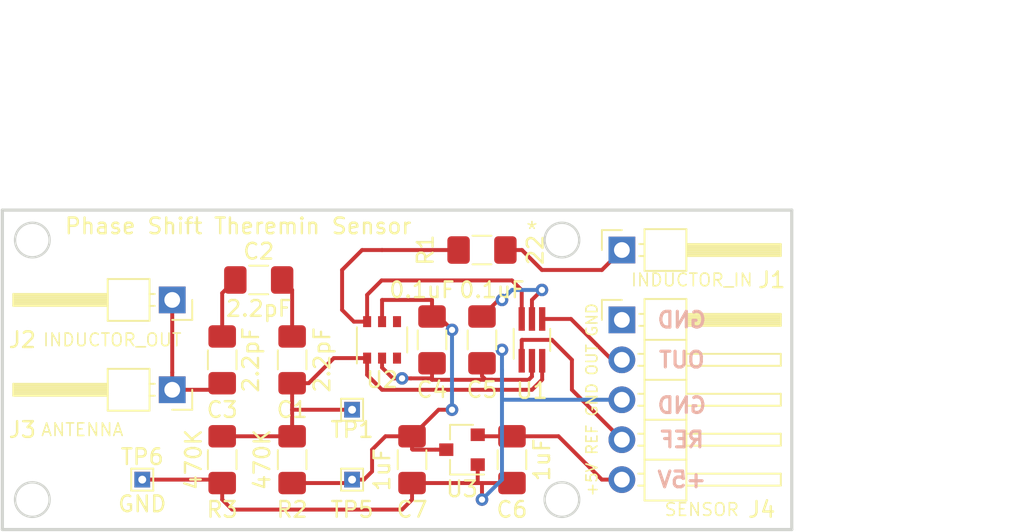
<source format=kicad_pcb>
(kicad_pcb (version 20171130) (host pcbnew "(5.0.2)-1")

  (general
    (thickness 1.6)
    (drawings 22)
    (tracks 114)
    (zones 0)
    (modules 20)
    (nets 14)
  )

  (page A4)
  (title_block
    (title "Theremin Phase Shift Sensor")
    (date 2019-10-10)
    (rev v0.1)
    (comment 1 "Teensy 4 Theremin Project")
    (comment 2 "(c) Vadim Lopatin 2019")
  )

  (layers
    (0 F.Cu signal)
    (31 B.Cu signal)
    (32 B.Adhes user)
    (33 F.Adhes user)
    (34 B.Paste user)
    (35 F.Paste user)
    (36 B.SilkS user)
    (37 F.SilkS user)
    (38 B.Mask user)
    (39 F.Mask user)
    (40 Dwgs.User user)
    (41 Cmts.User user)
    (42 Eco1.User user)
    (43 Eco2.User user)
    (44 Edge.Cuts user)
    (45 Margin user)
    (46 B.CrtYd user)
    (47 F.CrtYd user)
    (48 B.Fab user)
    (49 F.Fab user)
  )

  (setup
    (last_trace_width 0.25)
    (trace_clearance 0.2)
    (zone_clearance 0.508)
    (zone_45_only no)
    (trace_min 0.2)
    (segment_width 0.2)
    (edge_width 0.15)
    (via_size 0.8)
    (via_drill 0.4)
    (via_min_size 0.4)
    (via_min_drill 0.3)
    (uvia_size 0.3)
    (uvia_drill 0.1)
    (uvias_allowed no)
    (uvia_min_size 0.2)
    (uvia_min_drill 0.1)
    (pcb_text_width 0.3)
    (pcb_text_size 1.5 1.5)
    (mod_edge_width 0.15)
    (mod_text_size 1 1)
    (mod_text_width 0.15)
    (pad_size 1.524 1.524)
    (pad_drill 0.762)
    (pad_to_mask_clearance 0.051)
    (solder_mask_min_width 0.25)
    (aux_axis_origin 0 0)
    (visible_elements 7FFFFFFF)
    (pcbplotparams
      (layerselection 0x010fc_ffffffff)
      (usegerberextensions false)
      (usegerberattributes false)
      (usegerberadvancedattributes false)
      (creategerberjobfile false)
      (excludeedgelayer true)
      (linewidth 0.100000)
      (plotframeref false)
      (viasonmask false)
      (mode 1)
      (useauxorigin false)
      (hpglpennumber 1)
      (hpglpenspeed 20)
      (hpglpendiameter 15.000000)
      (psnegative false)
      (psa4output false)
      (plotreference true)
      (plotvalue true)
      (plotinvisibletext false)
      (padsonsilk false)
      (subtractmaskfromsilk false)
      (outputformat 1)
      (mirror false)
      (drillshape 0)
      (scaleselection 1)
      (outputdirectory "gerber/"))
  )

  (net 0 "")
  (net 1 +3V3)
  (net 2 GND)
  (net 3 /REF_CLK)
  (net 4 +5V)
  (net 5 "Net-(C1-Pad1)")
  (net 6 "Net-(J1-Pad1)")
  (net 7 "Net-(C1-Pad2)")
  (net 8 /OUT)
  (net 9 "Net-(C2-Pad1)")
  (net 10 "Net-(R1-Pad1)")
  (net 11 "Net-(U2-Pad4)")
  (net 12 "Net-(C3-Pad1)")
  (net 13 "Net-(U2-Pad3)")

  (net_class Default "This is the default net class."
    (clearance 0.2)
    (trace_width 0.25)
    (via_dia 0.8)
    (via_drill 0.4)
    (uvia_dia 0.3)
    (uvia_drill 0.1)
    (add_net +3V3)
    (add_net +5V)
    (add_net /OUT)
    (add_net /REF_CLK)
    (add_net GND)
    (add_net "Net-(C1-Pad1)")
    (add_net "Net-(C1-Pad2)")
    (add_net "Net-(C2-Pad1)")
    (add_net "Net-(C3-Pad1)")
    (add_net "Net-(J1-Pad1)")
    (add_net "Net-(R1-Pad1)")
    (add_net "Net-(U2-Pad3)")
    (add_net "Net-(U2-Pad4)")
  )

  (module TestPoint:TestPoint_THTPad_1.0x1.0mm_Drill0.5mm (layer F.Cu) (tedit 5DDE88A8) (tstamp 5DE41B17)
    (at 123.825 111.125)
    (descr "THT rectangular pad as test Point, square 1.0mm side length, hole diameter 0.5mm")
    (tags "test point THT pad rectangle square")
    (path /5DDD895C)
    (attr virtual)
    (fp_text reference TP5 (at 0 1.905) (layer F.SilkS)
      (effects (font (size 1 1) (thickness 0.15)))
    )
    (fp_text value +3.3V (at 0 -1.27) (layer F.Fab)
      (effects (font (size 1 1) (thickness 0.15)))
    )
    (fp_text user %R (at 0 -1.45) (layer F.Fab)
      (effects (font (size 1 1) (thickness 0.15)))
    )
    (fp_line (start -0.7 -0.7) (end 0.7 -0.7) (layer F.SilkS) (width 0.12))
    (fp_line (start 0.7 -0.7) (end 0.7 0.7) (layer F.SilkS) (width 0.12))
    (fp_line (start 0.7 0.7) (end -0.7 0.7) (layer F.SilkS) (width 0.12))
    (fp_line (start -0.7 0.7) (end -0.7 -0.7) (layer F.SilkS) (width 0.12))
    (fp_line (start -1 -1) (end 1 -1) (layer F.CrtYd) (width 0.05))
    (fp_line (start -1 -1) (end -1 1) (layer F.CrtYd) (width 0.05))
    (fp_line (start 1 1) (end 1 -1) (layer F.CrtYd) (width 0.05))
    (fp_line (start 1 1) (end -1 1) (layer F.CrtYd) (width 0.05))
    (pad 1 thru_hole rect (at 0 0) (size 1 1) (drill 0.5) (layers *.Cu *.Mask)
      (net 1 +3V3))
  )

  (module TestPoint:TestPoint_THTPad_1.0x1.0mm_Drill0.5mm (layer F.Cu) (tedit 5DDE856B) (tstamp 5DE41B0A)
    (at 110.49 111.125)
    (descr "THT rectangular pad as test Point, square 1.0mm side length, hole diameter 0.5mm")
    (tags "test point THT pad rectangle square")
    (path /5DDE0887)
    (attr virtual)
    (fp_text reference TP6 (at 0 -1.448) (layer F.SilkS)
      (effects (font (size 1 1) (thickness 0.15)))
    )
    (fp_text value GND (at 0 1.55) (layer F.SilkS)
      (effects (font (size 1 1) (thickness 0.15)))
    )
    (fp_line (start 1 1) (end -1 1) (layer F.CrtYd) (width 0.05))
    (fp_line (start 1 1) (end 1 -1) (layer F.CrtYd) (width 0.05))
    (fp_line (start -1 -1) (end -1 1) (layer F.CrtYd) (width 0.05))
    (fp_line (start -1 -1) (end 1 -1) (layer F.CrtYd) (width 0.05))
    (fp_line (start -0.7 0.7) (end -0.7 -0.7) (layer F.SilkS) (width 0.12))
    (fp_line (start 0.7 0.7) (end -0.7 0.7) (layer F.SilkS) (width 0.12))
    (fp_line (start 0.7 -0.7) (end 0.7 0.7) (layer F.SilkS) (width 0.12))
    (fp_line (start -0.7 -0.7) (end 0.7 -0.7) (layer F.SilkS) (width 0.12))
    (fp_text user %R (at 0 -1.45) (layer F.Fab)
      (effects (font (size 1 1) (thickness 0.15)))
    )
    (pad 1 thru_hole rect (at 0 0) (size 1 1) (drill 0.5) (layers *.Cu *.Mask)
      (net 2 GND))
  )

  (module TestPoint:TestPoint_THTPad_1.0x1.0mm_Drill0.5mm (layer F.Cu) (tedit 5A0F774F) (tstamp 5DE41AFD)
    (at 123.825 106.68)
    (descr "THT rectangular pad as test Point, square 1.0mm side length, hole diameter 0.5mm")
    (tags "test point THT pad rectangle square")
    (path /5DDD0440)
    (attr virtual)
    (fp_text reference TP1 (at 0 1.27) (layer F.SilkS)
      (effects (font (size 1 1) (thickness 0.15)))
    )
    (fp_text value OUT_NOBUF (at 0 1.55) (layer F.Fab)
      (effects (font (size 1 1) (thickness 0.15)))
    )
    (fp_text user %R (at 0 -1.45) (layer F.Fab)
      (effects (font (size 1 1) (thickness 0.15)))
    )
    (fp_line (start -0.7 -0.7) (end 0.7 -0.7) (layer F.SilkS) (width 0.12))
    (fp_line (start 0.7 -0.7) (end 0.7 0.7) (layer F.SilkS) (width 0.12))
    (fp_line (start 0.7 0.7) (end -0.7 0.7) (layer F.SilkS) (width 0.12))
    (fp_line (start -0.7 0.7) (end -0.7 -0.7) (layer F.SilkS) (width 0.12))
    (fp_line (start -1 -1) (end 1 -1) (layer F.CrtYd) (width 0.05))
    (fp_line (start -1 -1) (end -1 1) (layer F.CrtYd) (width 0.05))
    (fp_line (start 1 1) (end 1 -1) (layer F.CrtYd) (width 0.05))
    (fp_line (start 1 1) (end -1 1) (layer F.CrtYd) (width 0.05))
    (pad 1 thru_hole rect (at 0 0) (size 1 1) (drill 0.5) (layers *.Cu *.Mask)
      (net 7 "Net-(C1-Pad2)"))
  )

  (module Connector_PinHeader_2.54mm:PinHeader_1x01_P2.54mm_Horizontal (layer F.Cu) (tedit 5DDE854E) (tstamp 5DE330B8)
    (at 112.395 105.41 180)
    (descr "Through hole angled pin header, 1x01, 2.54mm pitch, 6mm pin length, single row")
    (tags "Through hole angled pin header THT 1x01 2.54mm single row")
    (path /5D9FD990)
    (fp_text reference J3 (at 9.525 -2.54) (layer F.SilkS)
      (effects (font (size 1 1) (thickness 0.15)))
    )
    (fp_text value ANTENNA (at 5.715 -2.54 180) (layer F.SilkS)
      (effects (font (size 0.8 0.8) (thickness 0.1)))
    )
    (fp_line (start 2.135 -1.27) (end 4.04 -1.27) (layer F.Fab) (width 0.1))
    (fp_line (start 4.04 -1.27) (end 4.04 1.27) (layer F.Fab) (width 0.1))
    (fp_line (start 4.04 1.27) (end 1.5 1.27) (layer F.Fab) (width 0.1))
    (fp_line (start 1.5 1.27) (end 1.5 -0.635) (layer F.Fab) (width 0.1))
    (fp_line (start 1.5 -0.635) (end 2.135 -1.27) (layer F.Fab) (width 0.1))
    (fp_line (start -0.32 -0.32) (end 1.5 -0.32) (layer F.Fab) (width 0.1))
    (fp_line (start -0.32 -0.32) (end -0.32 0.32) (layer F.Fab) (width 0.1))
    (fp_line (start -0.32 0.32) (end 1.5 0.32) (layer F.Fab) (width 0.1))
    (fp_line (start 4.04 -0.32) (end 10.04 -0.32) (layer F.Fab) (width 0.1))
    (fp_line (start 10.04 -0.32) (end 10.04 0.32) (layer F.Fab) (width 0.1))
    (fp_line (start 4.04 0.32) (end 10.04 0.32) (layer F.Fab) (width 0.1))
    (fp_line (start 1.44 -1.33) (end 1.44 1.33) (layer F.SilkS) (width 0.12))
    (fp_line (start 1.44 1.33) (end 4.1 1.33) (layer F.SilkS) (width 0.12))
    (fp_line (start 4.1 1.33) (end 4.1 -1.33) (layer F.SilkS) (width 0.12))
    (fp_line (start 4.1 -1.33) (end 1.44 -1.33) (layer F.SilkS) (width 0.12))
    (fp_line (start 4.1 -0.38) (end 10.1 -0.38) (layer F.SilkS) (width 0.12))
    (fp_line (start 10.1 -0.38) (end 10.1 0.38) (layer F.SilkS) (width 0.12))
    (fp_line (start 10.1 0.38) (end 4.1 0.38) (layer F.SilkS) (width 0.12))
    (fp_line (start 4.1 -0.32) (end 10.1 -0.32) (layer F.SilkS) (width 0.12))
    (fp_line (start 4.1 -0.2) (end 10.1 -0.2) (layer F.SilkS) (width 0.12))
    (fp_line (start 4.1 -0.08) (end 10.1 -0.08) (layer F.SilkS) (width 0.12))
    (fp_line (start 4.1 0.04) (end 10.1 0.04) (layer F.SilkS) (width 0.12))
    (fp_line (start 4.1 0.16) (end 10.1 0.16) (layer F.SilkS) (width 0.12))
    (fp_line (start 4.1 0.28) (end 10.1 0.28) (layer F.SilkS) (width 0.12))
    (fp_line (start 1.11 -0.38) (end 1.44 -0.38) (layer F.SilkS) (width 0.12))
    (fp_line (start 1.11 0.38) (end 1.44 0.38) (layer F.SilkS) (width 0.12))
    (fp_line (start -1.27 0) (end -1.27 -1.27) (layer F.SilkS) (width 0.12))
    (fp_line (start -1.27 -1.27) (end 0 -1.27) (layer F.SilkS) (width 0.12))
    (fp_line (start -1.8 -1.8) (end -1.8 1.8) (layer F.CrtYd) (width 0.05))
    (fp_line (start -1.8 1.8) (end 10.55 1.8) (layer F.CrtYd) (width 0.05))
    (fp_line (start 10.55 1.8) (end 10.55 -1.8) (layer F.CrtYd) (width 0.05))
    (fp_line (start 10.55 -1.8) (end -1.8 -1.8) (layer F.CrtYd) (width 0.05))
    (fp_text user %R (at 2.77 0 270) (layer F.Fab)
      (effects (font (size 1 1) (thickness 0.15)))
    )
    (pad 1 thru_hole rect (at 0 0 180) (size 1.7 1.7) (drill 1) (layers *.Cu *.Mask)
      (net 12 "Net-(C3-Pad1)"))
    (model ${KISYS3DMOD}/Connector_PinHeader_2.54mm.3dshapes/PinHeader_1x01_P2.54mm_Horizontal.wrl
      (at (xyz 0 0 0))
      (scale (xyz 1 1 1))
      (rotate (xyz 0 0 0))
    )
  )

  (module Connector_PinHeader_2.54mm:PinHeader_1x01_P2.54mm_Horizontal (layer F.Cu) (tedit 5DDE855A) (tstamp 5DE33093)
    (at 112.395 99.695 180)
    (descr "Through hole angled pin header, 1x01, 2.54mm pitch, 6mm pin length, single row")
    (tags "Through hole angled pin header THT 1x01 2.54mm single row")
    (path /5D9FD952)
    (fp_text reference J2 (at 9.525 -2.54 180) (layer F.SilkS)
      (effects (font (size 1 1) (thickness 0.15)))
    )
    (fp_text value INDUCTOR_OUT (at 3.81 -2.54 180) (layer F.SilkS)
      (effects (font (size 0.8 0.8) (thickness 0.1)))
    )
    (fp_text user %R (at 2.77 0 270) (layer F.Fab)
      (effects (font (size 1 1) (thickness 0.15)))
    )
    (fp_line (start 10.55 -1.8) (end -1.8 -1.8) (layer F.CrtYd) (width 0.05))
    (fp_line (start 10.55 1.8) (end 10.55 -1.8) (layer F.CrtYd) (width 0.05))
    (fp_line (start -1.8 1.8) (end 10.55 1.8) (layer F.CrtYd) (width 0.05))
    (fp_line (start -1.8 -1.8) (end -1.8 1.8) (layer F.CrtYd) (width 0.05))
    (fp_line (start -1.27 -1.27) (end 0 -1.27) (layer F.SilkS) (width 0.12))
    (fp_line (start -1.27 0) (end -1.27 -1.27) (layer F.SilkS) (width 0.12))
    (fp_line (start 1.11 0.38) (end 1.44 0.38) (layer F.SilkS) (width 0.12))
    (fp_line (start 1.11 -0.38) (end 1.44 -0.38) (layer F.SilkS) (width 0.12))
    (fp_line (start 4.1 0.28) (end 10.1 0.28) (layer F.SilkS) (width 0.12))
    (fp_line (start 4.1 0.16) (end 10.1 0.16) (layer F.SilkS) (width 0.12))
    (fp_line (start 4.1 0.04) (end 10.1 0.04) (layer F.SilkS) (width 0.12))
    (fp_line (start 4.1 -0.08) (end 10.1 -0.08) (layer F.SilkS) (width 0.12))
    (fp_line (start 4.1 -0.2) (end 10.1 -0.2) (layer F.SilkS) (width 0.12))
    (fp_line (start 4.1 -0.32) (end 10.1 -0.32) (layer F.SilkS) (width 0.12))
    (fp_line (start 10.1 0.38) (end 4.1 0.38) (layer F.SilkS) (width 0.12))
    (fp_line (start 10.1 -0.38) (end 10.1 0.38) (layer F.SilkS) (width 0.12))
    (fp_line (start 4.1 -0.38) (end 10.1 -0.38) (layer F.SilkS) (width 0.12))
    (fp_line (start 4.1 -1.33) (end 1.44 -1.33) (layer F.SilkS) (width 0.12))
    (fp_line (start 4.1 1.33) (end 4.1 -1.33) (layer F.SilkS) (width 0.12))
    (fp_line (start 1.44 1.33) (end 4.1 1.33) (layer F.SilkS) (width 0.12))
    (fp_line (start 1.44 -1.33) (end 1.44 1.33) (layer F.SilkS) (width 0.12))
    (fp_line (start 4.04 0.32) (end 10.04 0.32) (layer F.Fab) (width 0.1))
    (fp_line (start 10.04 -0.32) (end 10.04 0.32) (layer F.Fab) (width 0.1))
    (fp_line (start 4.04 -0.32) (end 10.04 -0.32) (layer F.Fab) (width 0.1))
    (fp_line (start -0.32 0.32) (end 1.5 0.32) (layer F.Fab) (width 0.1))
    (fp_line (start -0.32 -0.32) (end -0.32 0.32) (layer F.Fab) (width 0.1))
    (fp_line (start -0.32 -0.32) (end 1.5 -0.32) (layer F.Fab) (width 0.1))
    (fp_line (start 1.5 -0.635) (end 2.135 -1.27) (layer F.Fab) (width 0.1))
    (fp_line (start 1.5 1.27) (end 1.5 -0.635) (layer F.Fab) (width 0.1))
    (fp_line (start 4.04 1.27) (end 1.5 1.27) (layer F.Fab) (width 0.1))
    (fp_line (start 4.04 -1.27) (end 4.04 1.27) (layer F.Fab) (width 0.1))
    (fp_line (start 2.135 -1.27) (end 4.04 -1.27) (layer F.Fab) (width 0.1))
    (pad 1 thru_hole rect (at 0 0 180) (size 1.7 1.7) (drill 1) (layers *.Cu *.Mask)
      (net 12 "Net-(C3-Pad1)"))
    (model ${KISYS3DMOD}/Connector_PinHeader_2.54mm.3dshapes/PinHeader_1x01_P2.54mm_Horizontal.wrl
      (at (xyz 0 0 0))
      (scale (xyz 1 1 1))
      (rotate (xyz 0 0 0))
    )
  )

  (module Connector_PinHeader_2.54mm:PinHeader_1x01_P2.54mm_Horizontal (layer F.Cu) (tedit 5DDE8541) (tstamp 5DE3306E)
    (at 140.97 96.52)
    (descr "Through hole angled pin header, 1x01, 2.54mm pitch, 6mm pin length, single row")
    (tags "Through hole angled pin header THT 1x01 2.54mm single row")
    (path /5D9FD8BA)
    (fp_text reference J1 (at 9.525 1.905) (layer F.SilkS)
      (effects (font (size 1 1) (thickness 0.15)))
    )
    (fp_text value INDUCTOR_IN (at 4.445 1.905) (layer F.SilkS)
      (effects (font (size 0.8 0.8) (thickness 0.1)))
    )
    (fp_line (start 2.135 -1.27) (end 4.04 -1.27) (layer F.Fab) (width 0.1))
    (fp_line (start 4.04 -1.27) (end 4.04 1.27) (layer F.Fab) (width 0.1))
    (fp_line (start 4.04 1.27) (end 1.5 1.27) (layer F.Fab) (width 0.1))
    (fp_line (start 1.5 1.27) (end 1.5 -0.635) (layer F.Fab) (width 0.1))
    (fp_line (start 1.5 -0.635) (end 2.135 -1.27) (layer F.Fab) (width 0.1))
    (fp_line (start -0.32 -0.32) (end 1.5 -0.32) (layer F.Fab) (width 0.1))
    (fp_line (start -0.32 -0.32) (end -0.32 0.32) (layer F.Fab) (width 0.1))
    (fp_line (start -0.32 0.32) (end 1.5 0.32) (layer F.Fab) (width 0.1))
    (fp_line (start 4.04 -0.32) (end 10.04 -0.32) (layer F.Fab) (width 0.1))
    (fp_line (start 10.04 -0.32) (end 10.04 0.32) (layer F.Fab) (width 0.1))
    (fp_line (start 4.04 0.32) (end 10.04 0.32) (layer F.Fab) (width 0.1))
    (fp_line (start 1.44 -1.33) (end 1.44 1.33) (layer F.SilkS) (width 0.12))
    (fp_line (start 1.44 1.33) (end 4.1 1.33) (layer F.SilkS) (width 0.12))
    (fp_line (start 4.1 1.33) (end 4.1 -1.33) (layer F.SilkS) (width 0.12))
    (fp_line (start 4.1 -1.33) (end 1.44 -1.33) (layer F.SilkS) (width 0.12))
    (fp_line (start 4.1 -0.38) (end 10.1 -0.38) (layer F.SilkS) (width 0.12))
    (fp_line (start 10.1 -0.38) (end 10.1 0.38) (layer F.SilkS) (width 0.12))
    (fp_line (start 10.1 0.38) (end 4.1 0.38) (layer F.SilkS) (width 0.12))
    (fp_line (start 4.1 -0.32) (end 10.1 -0.32) (layer F.SilkS) (width 0.12))
    (fp_line (start 4.1 -0.2) (end 10.1 -0.2) (layer F.SilkS) (width 0.12))
    (fp_line (start 4.1 -0.08) (end 10.1 -0.08) (layer F.SilkS) (width 0.12))
    (fp_line (start 4.1 0.04) (end 10.1 0.04) (layer F.SilkS) (width 0.12))
    (fp_line (start 4.1 0.16) (end 10.1 0.16) (layer F.SilkS) (width 0.12))
    (fp_line (start 4.1 0.28) (end 10.1 0.28) (layer F.SilkS) (width 0.12))
    (fp_line (start 1.11 -0.38) (end 1.44 -0.38) (layer F.SilkS) (width 0.12))
    (fp_line (start 1.11 0.38) (end 1.44 0.38) (layer F.SilkS) (width 0.12))
    (fp_line (start -1.27 0) (end -1.27 -1.27) (layer F.SilkS) (width 0.12))
    (fp_line (start -1.27 -1.27) (end 0 -1.27) (layer F.SilkS) (width 0.12))
    (fp_line (start -1.8 -1.8) (end -1.8 1.8) (layer F.CrtYd) (width 0.05))
    (fp_line (start -1.8 1.8) (end 10.55 1.8) (layer F.CrtYd) (width 0.05))
    (fp_line (start 10.55 1.8) (end 10.55 -1.8) (layer F.CrtYd) (width 0.05))
    (fp_line (start 10.55 -1.8) (end -1.8 -1.8) (layer F.CrtYd) (width 0.05))
    (fp_text user %R (at 2.77 0 90) (layer F.Fab)
      (effects (font (size 1 1) (thickness 0.15)))
    )
    (pad 1 thru_hole rect (at 0 0) (size 1.7 1.7) (drill 1) (layers *.Cu *.Mask)
      (net 6 "Net-(J1-Pad1)"))
    (model ${KISYS3DMOD}/Connector_PinHeader_2.54mm.3dshapes/PinHeader_1x01_P2.54mm_Horizontal.wrl
      (at (xyz 0 0 0))
      (scale (xyz 1 1 1))
      (rotate (xyz 0 0 0))
    )
  )

  (module Package_TO_SOT_SMD:SOT-23 (layer F.Cu) (tedit 5DDE7DD1) (tstamp 5DE259C9)
    (at 130.81 109.22 180)
    (descr "SOT-23, Standard")
    (tags SOT-23)
    (path /5DD2AFDF)
    (attr smd)
    (fp_text reference U3 (at 0 -2.5 180) (layer F.SilkS)
      (effects (font (size 1 1) (thickness 0.15)))
    )
    (fp_text value REG_3V3 (at 0 2.5 180) (layer F.Fab)
      (effects (font (size 1 1) (thickness 0.15)))
    )
    (fp_text user %R (at 0 0 270) (layer F.Fab)
      (effects (font (size 0.5 0.5) (thickness 0.075)))
    )
    (fp_line (start -0.7 -0.95) (end -0.7 1.5) (layer F.Fab) (width 0.1))
    (fp_line (start -0.15 -1.52) (end 0.7 -1.52) (layer F.Fab) (width 0.1))
    (fp_line (start -0.7 -0.95) (end -0.15 -1.52) (layer F.Fab) (width 0.1))
    (fp_line (start 0.7 -1.52) (end 0.7 1.52) (layer F.Fab) (width 0.1))
    (fp_line (start -0.7 1.52) (end 0.7 1.52) (layer F.Fab) (width 0.1))
    (fp_line (start 0.76 1.58) (end 0.76 0.65) (layer F.SilkS) (width 0.12))
    (fp_line (start 0.76 -1.58) (end 0.76 -0.65) (layer F.SilkS) (width 0.12))
    (fp_line (start -1.7 -1.75) (end 1.7 -1.75) (layer F.CrtYd) (width 0.05))
    (fp_line (start 1.7 -1.75) (end 1.7 1.75) (layer F.CrtYd) (width 0.05))
    (fp_line (start 1.7 1.75) (end -1.7 1.75) (layer F.CrtYd) (width 0.05))
    (fp_line (start -1.7 1.75) (end -1.7 -1.75) (layer F.CrtYd) (width 0.05))
    (fp_line (start 0.76 -1.58) (end -1.4 -1.58) (layer F.SilkS) (width 0.12))
    (fp_line (start 0.76 1.58) (end -0.7 1.58) (layer F.SilkS) (width 0.12))
    (pad 1 smd rect (at -1 -0.95 180) (size 0.9 0.8) (layers F.Cu F.Paste F.Mask)
      (net 2 GND))
    (pad 2 smd rect (at -1 0.95 180) (size 0.9 0.8) (layers F.Cu F.Paste F.Mask)
      (net 4 +5V))
    (pad 3 smd rect (at 1 0 180) (size 0.9 0.8) (layers F.Cu F.Paste F.Mask)
      (net 1 +3V3))
    (model ${KISYS3DMOD}/Package_TO_SOT_SMD.3dshapes/SOT-23.wrl
      (at (xyz 0 0 0))
      (scale (xyz 1 1 1))
      (rotate (xyz 0 0 0))
    )
  )

  (module Capacitor_SMD:C_1206_3216Metric_Pad1.42x1.75mm_HandSolder (layer F.Cu) (tedit 5DDE6894) (tstamp 5DE23D56)
    (at 127.635 109.855 270)
    (descr "Capacitor SMD 1206 (3216 Metric), square (rectangular) end terminal, IPC_7351 nominal with elongated pad for handsoldering. (Body size source: http://www.tortai-tech.com/upload/download/2011102023233369053.pdf), generated with kicad-footprint-generator")
    (tags "capacitor handsolder")
    (path /5DD2E1A1)
    (attr smd)
    (fp_text reference C7 (at 3.175 0) (layer F.SilkS)
      (effects (font (size 1 1) (thickness 0.15)))
    )
    (fp_text value 1uF (at 0.635 1.905 270) (layer F.SilkS)
      (effects (font (size 1 1) (thickness 0.15)))
    )
    (fp_line (start -1.6 0.8) (end -1.6 -0.8) (layer F.Fab) (width 0.1))
    (fp_line (start -1.6 -0.8) (end 1.6 -0.8) (layer F.Fab) (width 0.1))
    (fp_line (start 1.6 -0.8) (end 1.6 0.8) (layer F.Fab) (width 0.1))
    (fp_line (start 1.6 0.8) (end -1.6 0.8) (layer F.Fab) (width 0.1))
    (fp_line (start -0.602064 -0.91) (end 0.602064 -0.91) (layer F.SilkS) (width 0.12))
    (fp_line (start -0.602064 0.91) (end 0.602064 0.91) (layer F.SilkS) (width 0.12))
    (fp_line (start -2.45 1.12) (end -2.45 -1.12) (layer F.CrtYd) (width 0.05))
    (fp_line (start -2.45 -1.12) (end 2.45 -1.12) (layer F.CrtYd) (width 0.05))
    (fp_line (start 2.45 -1.12) (end 2.45 1.12) (layer F.CrtYd) (width 0.05))
    (fp_line (start 2.45 1.12) (end -2.45 1.12) (layer F.CrtYd) (width 0.05))
    (fp_text user %R (at 0 0 270) (layer F.Fab)
      (effects (font (size 0.8 0.8) (thickness 0.12)))
    )
    (pad 1 smd roundrect (at -1.4875 0 270) (size 1.425 1.75) (layers F.Cu F.Paste F.Mask) (roundrect_rratio 0.175439)
      (net 1 +3V3))
    (pad 2 smd roundrect (at 1.4875 0 270) (size 1.425 1.75) (layers F.Cu F.Paste F.Mask) (roundrect_rratio 0.175439)
      (net 2 GND))
    (model ${KISYS3DMOD}/Capacitor_SMD.3dshapes/C_1206_3216Metric.wrl
      (at (xyz 0 0 0))
      (scale (xyz 1 1 1))
      (rotate (xyz 0 0 0))
    )
  )

  (module Capacitor_SMD:C_1206_3216Metric_Pad1.42x1.75mm_HandSolder (layer F.Cu) (tedit 5DDE6881) (tstamp 5DE23D46)
    (at 132.08 102.235 270)
    (descr "Capacitor SMD 1206 (3216 Metric), square (rectangular) end terminal, IPC_7351 nominal with elongated pad for handsoldering. (Body size source: http://www.tortai-tech.com/upload/download/2011102023233369053.pdf), generated with kicad-footprint-generator")
    (tags "capacitor handsolder")
    (path /5D9E440E)
    (attr smd)
    (fp_text reference C5 (at 3.175 0) (layer F.SilkS)
      (effects (font (size 1 1) (thickness 0.15)))
    )
    (fp_text value 0.1uF (at -3.175 -0.635) (layer F.SilkS)
      (effects (font (size 1 1) (thickness 0.15)))
    )
    (fp_text user %R (at 0 0 270) (layer F.Fab)
      (effects (font (size 0.8 0.8) (thickness 0.12)))
    )
    (fp_line (start 2.45 1.12) (end -2.45 1.12) (layer F.CrtYd) (width 0.05))
    (fp_line (start 2.45 -1.12) (end 2.45 1.12) (layer F.CrtYd) (width 0.05))
    (fp_line (start -2.45 -1.12) (end 2.45 -1.12) (layer F.CrtYd) (width 0.05))
    (fp_line (start -2.45 1.12) (end -2.45 -1.12) (layer F.CrtYd) (width 0.05))
    (fp_line (start -0.602064 0.91) (end 0.602064 0.91) (layer F.SilkS) (width 0.12))
    (fp_line (start -0.602064 -0.91) (end 0.602064 -0.91) (layer F.SilkS) (width 0.12))
    (fp_line (start 1.6 0.8) (end -1.6 0.8) (layer F.Fab) (width 0.1))
    (fp_line (start 1.6 -0.8) (end 1.6 0.8) (layer F.Fab) (width 0.1))
    (fp_line (start -1.6 -0.8) (end 1.6 -0.8) (layer F.Fab) (width 0.1))
    (fp_line (start -1.6 0.8) (end -1.6 -0.8) (layer F.Fab) (width 0.1))
    (pad 2 smd roundrect (at 1.4875 0 270) (size 1.425 1.75) (layers F.Cu F.Paste F.Mask) (roundrect_rratio 0.175439)
      (net 2 GND))
    (pad 1 smd roundrect (at -1.4875 0 270) (size 1.425 1.75) (layers F.Cu F.Paste F.Mask) (roundrect_rratio 0.175439)
      (net 1 +3V3))
    (model ${KISYS3DMOD}/Capacitor_SMD.3dshapes/C_1206_3216Metric.wrl
      (at (xyz 0 0 0))
      (scale (xyz 1 1 1))
      (rotate (xyz 0 0 0))
    )
  )

  (module Capacitor_SMD:C_1206_3216Metric_Pad1.42x1.75mm_HandSolder (layer F.Cu) (tedit 5DDE687C) (tstamp 5DE23D36)
    (at 128.905 102.235 270)
    (descr "Capacitor SMD 1206 (3216 Metric), square (rectangular) end terminal, IPC_7351 nominal with elongated pad for handsoldering. (Body size source: http://www.tortai-tech.com/upload/download/2011102023233369053.pdf), generated with kicad-footprint-generator")
    (tags "capacitor handsolder")
    (path /5D9E43AA)
    (attr smd)
    (fp_text reference C4 (at 3.175 0) (layer F.SilkS)
      (effects (font (size 1 1) (thickness 0.15)))
    )
    (fp_text value 0.1uF (at -3.175 0.635) (layer F.SilkS)
      (effects (font (size 1 1) (thickness 0.15)))
    )
    (fp_line (start -1.6 0.8) (end -1.6 -0.8) (layer F.Fab) (width 0.1))
    (fp_line (start -1.6 -0.8) (end 1.6 -0.8) (layer F.Fab) (width 0.1))
    (fp_line (start 1.6 -0.8) (end 1.6 0.8) (layer F.Fab) (width 0.1))
    (fp_line (start 1.6 0.8) (end -1.6 0.8) (layer F.Fab) (width 0.1))
    (fp_line (start -0.602064 -0.91) (end 0.602064 -0.91) (layer F.SilkS) (width 0.12))
    (fp_line (start -0.602064 0.91) (end 0.602064 0.91) (layer F.SilkS) (width 0.12))
    (fp_line (start -2.45 1.12) (end -2.45 -1.12) (layer F.CrtYd) (width 0.05))
    (fp_line (start -2.45 -1.12) (end 2.45 -1.12) (layer F.CrtYd) (width 0.05))
    (fp_line (start 2.45 -1.12) (end 2.45 1.12) (layer F.CrtYd) (width 0.05))
    (fp_line (start 2.45 1.12) (end -2.45 1.12) (layer F.CrtYd) (width 0.05))
    (fp_text user %R (at 0 0 270) (layer F.Fab)
      (effects (font (size 0.8 0.8) (thickness 0.12)))
    )
    (pad 1 smd roundrect (at -1.4875 0 270) (size 1.425 1.75) (layers F.Cu F.Paste F.Mask) (roundrect_rratio 0.175439)
      (net 1 +3V3))
    (pad 2 smd roundrect (at 1.4875 0 270) (size 1.425 1.75) (layers F.Cu F.Paste F.Mask) (roundrect_rratio 0.175439)
      (net 2 GND))
    (model ${KISYS3DMOD}/Capacitor_SMD.3dshapes/C_1206_3216Metric.wrl
      (at (xyz 0 0 0))
      (scale (xyz 1 1 1))
      (rotate (xyz 0 0 0))
    )
  )

  (module Capacitor_SMD:C_1206_3216Metric_Pad1.42x1.75mm_HandSolder (layer F.Cu) (tedit 5DDE6D84) (tstamp 5DE23D26)
    (at 115.57 103.505 90)
    (descr "Capacitor SMD 1206 (3216 Metric), square (rectangular) end terminal, IPC_7351 nominal with elongated pad for handsoldering. (Body size source: http://www.tortai-tech.com/upload/download/2011102023233369053.pdf), generated with kicad-footprint-generator")
    (tags "capacitor handsolder")
    (path /5D9DEE40)
    (attr smd)
    (fp_text reference C3 (at -3.175 0 180) (layer F.SilkS)
      (effects (font (size 1 1) (thickness 0.15)))
    )
    (fp_text value 2.2pF (at 0 1.82 90) (layer F.SilkS)
      (effects (font (size 1 1) (thickness 0.15)))
    )
    (fp_text user %R (at 0 0 90) (layer F.Fab)
      (effects (font (size 0.8 0.8) (thickness 0.12)))
    )
    (fp_line (start 2.45 1.12) (end -2.45 1.12) (layer F.CrtYd) (width 0.05))
    (fp_line (start 2.45 -1.12) (end 2.45 1.12) (layer F.CrtYd) (width 0.05))
    (fp_line (start -2.45 -1.12) (end 2.45 -1.12) (layer F.CrtYd) (width 0.05))
    (fp_line (start -2.45 1.12) (end -2.45 -1.12) (layer F.CrtYd) (width 0.05))
    (fp_line (start -0.602064 0.91) (end 0.602064 0.91) (layer F.SilkS) (width 0.12))
    (fp_line (start -0.602064 -0.91) (end 0.602064 -0.91) (layer F.SilkS) (width 0.12))
    (fp_line (start 1.6 0.8) (end -1.6 0.8) (layer F.Fab) (width 0.1))
    (fp_line (start 1.6 -0.8) (end 1.6 0.8) (layer F.Fab) (width 0.1))
    (fp_line (start -1.6 -0.8) (end 1.6 -0.8) (layer F.Fab) (width 0.1))
    (fp_line (start -1.6 0.8) (end -1.6 -0.8) (layer F.Fab) (width 0.1))
    (pad 2 smd roundrect (at 1.4875 0 90) (size 1.425 1.75) (layers F.Cu F.Paste F.Mask) (roundrect_rratio 0.175439)
      (net 9 "Net-(C2-Pad1)"))
    (pad 1 smd roundrect (at -1.4875 0 90) (size 1.425 1.75) (layers F.Cu F.Paste F.Mask) (roundrect_rratio 0.175439)
      (net 12 "Net-(C3-Pad1)"))
    (model ${KISYS3DMOD}/Capacitor_SMD.3dshapes/C_1206_3216Metric.wrl
      (at (xyz 0 0 0))
      (scale (xyz 1 1 1))
      (rotate (xyz 0 0 0))
    )
  )

  (module Capacitor_SMD:C_1206_3216Metric_Pad1.42x1.75mm_HandSolder (layer F.Cu) (tedit 5DDE6D89) (tstamp 5DE23D16)
    (at 117.8925 98.425)
    (descr "Capacitor SMD 1206 (3216 Metric), square (rectangular) end terminal, IPC_7351 nominal with elongated pad for handsoldering. (Body size source: http://www.tortai-tech.com/upload/download/2011102023233369053.pdf), generated with kicad-footprint-generator")
    (tags "capacitor handsolder")
    (path /5DDCCEBE)
    (attr smd)
    (fp_text reference C2 (at 0 -1.82) (layer F.SilkS)
      (effects (font (size 1 1) (thickness 0.15)))
    )
    (fp_text value 2.2pF (at 0 1.82) (layer F.SilkS)
      (effects (font (size 1 1) (thickness 0.15)))
    )
    (fp_line (start -1.6 0.8) (end -1.6 -0.8) (layer F.Fab) (width 0.1))
    (fp_line (start -1.6 -0.8) (end 1.6 -0.8) (layer F.Fab) (width 0.1))
    (fp_line (start 1.6 -0.8) (end 1.6 0.8) (layer F.Fab) (width 0.1))
    (fp_line (start 1.6 0.8) (end -1.6 0.8) (layer F.Fab) (width 0.1))
    (fp_line (start -0.602064 -0.91) (end 0.602064 -0.91) (layer F.SilkS) (width 0.12))
    (fp_line (start -0.602064 0.91) (end 0.602064 0.91) (layer F.SilkS) (width 0.12))
    (fp_line (start -2.45 1.12) (end -2.45 -1.12) (layer F.CrtYd) (width 0.05))
    (fp_line (start -2.45 -1.12) (end 2.45 -1.12) (layer F.CrtYd) (width 0.05))
    (fp_line (start 2.45 -1.12) (end 2.45 1.12) (layer F.CrtYd) (width 0.05))
    (fp_line (start 2.45 1.12) (end -2.45 1.12) (layer F.CrtYd) (width 0.05))
    (fp_text user %R (at 0 0) (layer F.Fab)
      (effects (font (size 0.8 0.8) (thickness 0.12)))
    )
    (pad 1 smd roundrect (at -1.4875 0) (size 1.425 1.75) (layers F.Cu F.Paste F.Mask) (roundrect_rratio 0.175439)
      (net 9 "Net-(C2-Pad1)"))
    (pad 2 smd roundrect (at 1.4875 0) (size 1.425 1.75) (layers F.Cu F.Paste F.Mask) (roundrect_rratio 0.175439)
      (net 5 "Net-(C1-Pad1)"))
    (model ${KISYS3DMOD}/Capacitor_SMD.3dshapes/C_1206_3216Metric.wrl
      (at (xyz 0 0 0))
      (scale (xyz 1 1 1))
      (rotate (xyz 0 0 0))
    )
  )

  (module Capacitor_SMD:C_1206_3216Metric_Pad1.42x1.75mm_HandSolder (layer F.Cu) (tedit 5DDE6899) (tstamp 5DE23D06)
    (at 133.985 109.855 270)
    (descr "Capacitor SMD 1206 (3216 Metric), square (rectangular) end terminal, IPC_7351 nominal with elongated pad for handsoldering. (Body size source: http://www.tortai-tech.com/upload/download/2011102023233369053.pdf), generated with kicad-footprint-generator")
    (tags "capacitor handsolder")
    (path /5DD314D9)
    (attr smd)
    (fp_text reference C6 (at 3.175 0) (layer F.SilkS)
      (effects (font (size 1 1) (thickness 0.15)))
    )
    (fp_text value 1uF (at 0 -1.905 270) (layer F.SilkS)
      (effects (font (size 1 1) (thickness 0.15)))
    )
    (fp_text user %R (at 0 0 270) (layer F.Fab)
      (effects (font (size 0.8 0.8) (thickness 0.12)))
    )
    (fp_line (start 2.45 1.12) (end -2.45 1.12) (layer F.CrtYd) (width 0.05))
    (fp_line (start 2.45 -1.12) (end 2.45 1.12) (layer F.CrtYd) (width 0.05))
    (fp_line (start -2.45 -1.12) (end 2.45 -1.12) (layer F.CrtYd) (width 0.05))
    (fp_line (start -2.45 1.12) (end -2.45 -1.12) (layer F.CrtYd) (width 0.05))
    (fp_line (start -0.602064 0.91) (end 0.602064 0.91) (layer F.SilkS) (width 0.12))
    (fp_line (start -0.602064 -0.91) (end 0.602064 -0.91) (layer F.SilkS) (width 0.12))
    (fp_line (start 1.6 0.8) (end -1.6 0.8) (layer F.Fab) (width 0.1))
    (fp_line (start 1.6 -0.8) (end 1.6 0.8) (layer F.Fab) (width 0.1))
    (fp_line (start -1.6 -0.8) (end 1.6 -0.8) (layer F.Fab) (width 0.1))
    (fp_line (start -1.6 0.8) (end -1.6 -0.8) (layer F.Fab) (width 0.1))
    (pad 2 smd roundrect (at 1.4875 0 270) (size 1.425 1.75) (layers F.Cu F.Paste F.Mask) (roundrect_rratio 0.175439)
      (net 2 GND))
    (pad 1 smd roundrect (at -1.4875 0 270) (size 1.425 1.75) (layers F.Cu F.Paste F.Mask) (roundrect_rratio 0.175439)
      (net 4 +5V))
    (model ${KISYS3DMOD}/Capacitor_SMD.3dshapes/C_1206_3216Metric.wrl
      (at (xyz 0 0 0))
      (scale (xyz 1 1 1))
      (rotate (xyz 0 0 0))
    )
  )

  (module Capacitor_SMD:C_1206_3216Metric_Pad1.42x1.75mm_HandSolder (layer F.Cu) (tedit 5DDE6D7C) (tstamp 5DE23CF6)
    (at 120.015 103.505 270)
    (descr "Capacitor SMD 1206 (3216 Metric), square (rectangular) end terminal, IPC_7351 nominal with elongated pad for handsoldering. (Body size source: http://www.tortai-tech.com/upload/download/2011102023233369053.pdf), generated with kicad-footprint-generator")
    (tags "capacitor handsolder")
    (path /5DDF2A40)
    (attr smd)
    (fp_text reference C1 (at 3.175 0) (layer F.SilkS)
      (effects (font (size 1 1) (thickness 0.15)))
    )
    (fp_text value 2.2pF (at 0 -1.905 270) (layer F.SilkS)
      (effects (font (size 1 1) (thickness 0.15)))
    )
    (fp_line (start -1.6 0.8) (end -1.6 -0.8) (layer F.Fab) (width 0.1))
    (fp_line (start -1.6 -0.8) (end 1.6 -0.8) (layer F.Fab) (width 0.1))
    (fp_line (start 1.6 -0.8) (end 1.6 0.8) (layer F.Fab) (width 0.1))
    (fp_line (start 1.6 0.8) (end -1.6 0.8) (layer F.Fab) (width 0.1))
    (fp_line (start -0.602064 -0.91) (end 0.602064 -0.91) (layer F.SilkS) (width 0.12))
    (fp_line (start -0.602064 0.91) (end 0.602064 0.91) (layer F.SilkS) (width 0.12))
    (fp_line (start -2.45 1.12) (end -2.45 -1.12) (layer F.CrtYd) (width 0.05))
    (fp_line (start -2.45 -1.12) (end 2.45 -1.12) (layer F.CrtYd) (width 0.05))
    (fp_line (start 2.45 -1.12) (end 2.45 1.12) (layer F.CrtYd) (width 0.05))
    (fp_line (start 2.45 1.12) (end -2.45 1.12) (layer F.CrtYd) (width 0.05))
    (fp_text user %R (at 0 0 270) (layer F.Fab)
      (effects (font (size 0.8 0.8) (thickness 0.12)))
    )
    (pad 1 smd roundrect (at -1.4875 0 270) (size 1.425 1.75) (layers F.Cu F.Paste F.Mask) (roundrect_rratio 0.175439)
      (net 5 "Net-(C1-Pad1)"))
    (pad 2 smd roundrect (at 1.4875 0 270) (size 1.425 1.75) (layers F.Cu F.Paste F.Mask) (roundrect_rratio 0.175439)
      (net 7 "Net-(C1-Pad2)"))
    (model ${KISYS3DMOD}/Capacitor_SMD.3dshapes/C_1206_3216Metric.wrl
      (at (xyz 0 0 0))
      (scale (xyz 1 1 1))
      (rotate (xyz 0 0 0))
    )
  )

  (module Connector_PinHeader_2.54mm:PinHeader_1x05_P2.54mm_Horizontal (layer F.Cu) (tedit 5DDE8533) (tstamp 5DE23C07)
    (at 140.97 100.965)
    (descr "Through hole angled pin header, 1x05, 2.54mm pitch, 6mm pin length, single row")
    (tags "Through hole angled pin header THT 1x05 2.54mm single row")
    (path /5DE043CD)
    (fp_text reference J4 (at 8.89 12.065) (layer F.SilkS)
      (effects (font (size 1 1) (thickness 0.15)))
    )
    (fp_text value SENSOR (at 5.08 12.065 180) (layer F.SilkS)
      (effects (font (size 0.8 0.8) (thickness 0.1)))
    )
    (fp_line (start 2.135 -1.27) (end 4.04 -1.27) (layer F.Fab) (width 0.1))
    (fp_line (start 4.04 -1.27) (end 4.04 11.43) (layer F.Fab) (width 0.1))
    (fp_line (start 4.04 11.43) (end 1.5 11.43) (layer F.Fab) (width 0.1))
    (fp_line (start 1.5 11.43) (end 1.5 -0.635) (layer F.Fab) (width 0.1))
    (fp_line (start 1.5 -0.635) (end 2.135 -1.27) (layer F.Fab) (width 0.1))
    (fp_line (start -0.32 -0.32) (end 1.5 -0.32) (layer F.Fab) (width 0.1))
    (fp_line (start -0.32 -0.32) (end -0.32 0.32) (layer F.Fab) (width 0.1))
    (fp_line (start -0.32 0.32) (end 1.5 0.32) (layer F.Fab) (width 0.1))
    (fp_line (start 4.04 -0.32) (end 10.04 -0.32) (layer F.Fab) (width 0.1))
    (fp_line (start 10.04 -0.32) (end 10.04 0.32) (layer F.Fab) (width 0.1))
    (fp_line (start 4.04 0.32) (end 10.04 0.32) (layer F.Fab) (width 0.1))
    (fp_line (start -0.32 2.22) (end 1.5 2.22) (layer F.Fab) (width 0.1))
    (fp_line (start -0.32 2.22) (end -0.32 2.86) (layer F.Fab) (width 0.1))
    (fp_line (start -0.32 2.86) (end 1.5 2.86) (layer F.Fab) (width 0.1))
    (fp_line (start 4.04 2.22) (end 10.04 2.22) (layer F.Fab) (width 0.1))
    (fp_line (start 10.04 2.22) (end 10.04 2.86) (layer F.Fab) (width 0.1))
    (fp_line (start 4.04 2.86) (end 10.04 2.86) (layer F.Fab) (width 0.1))
    (fp_line (start -0.32 4.76) (end 1.5 4.76) (layer F.Fab) (width 0.1))
    (fp_line (start -0.32 4.76) (end -0.32 5.4) (layer F.Fab) (width 0.1))
    (fp_line (start -0.32 5.4) (end 1.5 5.4) (layer F.Fab) (width 0.1))
    (fp_line (start 4.04 4.76) (end 10.04 4.76) (layer F.Fab) (width 0.1))
    (fp_line (start 10.04 4.76) (end 10.04 5.4) (layer F.Fab) (width 0.1))
    (fp_line (start 4.04 5.4) (end 10.04 5.4) (layer F.Fab) (width 0.1))
    (fp_line (start -0.32 7.3) (end 1.5 7.3) (layer F.Fab) (width 0.1))
    (fp_line (start -0.32 7.3) (end -0.32 7.94) (layer F.Fab) (width 0.1))
    (fp_line (start -0.32 7.94) (end 1.5 7.94) (layer F.Fab) (width 0.1))
    (fp_line (start 4.04 7.3) (end 10.04 7.3) (layer F.Fab) (width 0.1))
    (fp_line (start 10.04 7.3) (end 10.04 7.94) (layer F.Fab) (width 0.1))
    (fp_line (start 4.04 7.94) (end 10.04 7.94) (layer F.Fab) (width 0.1))
    (fp_line (start -0.32 9.84) (end 1.5 9.84) (layer F.Fab) (width 0.1))
    (fp_line (start -0.32 9.84) (end -0.32 10.48) (layer F.Fab) (width 0.1))
    (fp_line (start -0.32 10.48) (end 1.5 10.48) (layer F.Fab) (width 0.1))
    (fp_line (start 4.04 9.84) (end 10.04 9.84) (layer F.Fab) (width 0.1))
    (fp_line (start 10.04 9.84) (end 10.04 10.48) (layer F.Fab) (width 0.1))
    (fp_line (start 4.04 10.48) (end 10.04 10.48) (layer F.Fab) (width 0.1))
    (fp_line (start 1.44 -1.33) (end 1.44 11.49) (layer F.SilkS) (width 0.12))
    (fp_line (start 1.44 11.49) (end 4.1 11.49) (layer F.SilkS) (width 0.12))
    (fp_line (start 4.1 11.49) (end 4.1 -1.33) (layer F.SilkS) (width 0.12))
    (fp_line (start 4.1 -1.33) (end 1.44 -1.33) (layer F.SilkS) (width 0.12))
    (fp_line (start 4.1 -0.38) (end 10.1 -0.38) (layer F.SilkS) (width 0.12))
    (fp_line (start 10.1 -0.38) (end 10.1 0.38) (layer F.SilkS) (width 0.12))
    (fp_line (start 10.1 0.38) (end 4.1 0.38) (layer F.SilkS) (width 0.12))
    (fp_line (start 4.1 -0.32) (end 10.1 -0.32) (layer F.SilkS) (width 0.12))
    (fp_line (start 4.1 -0.2) (end 10.1 -0.2) (layer F.SilkS) (width 0.12))
    (fp_line (start 4.1 -0.08) (end 10.1 -0.08) (layer F.SilkS) (width 0.12))
    (fp_line (start 4.1 0.04) (end 10.1 0.04) (layer F.SilkS) (width 0.12))
    (fp_line (start 4.1 0.16) (end 10.1 0.16) (layer F.SilkS) (width 0.12))
    (fp_line (start 4.1 0.28) (end 10.1 0.28) (layer F.SilkS) (width 0.12))
    (fp_line (start 1.11 -0.38) (end 1.44 -0.38) (layer F.SilkS) (width 0.12))
    (fp_line (start 1.11 0.38) (end 1.44 0.38) (layer F.SilkS) (width 0.12))
    (fp_line (start 1.44 1.27) (end 4.1 1.27) (layer F.SilkS) (width 0.12))
    (fp_line (start 4.1 2.16) (end 10.1 2.16) (layer F.SilkS) (width 0.12))
    (fp_line (start 10.1 2.16) (end 10.1 2.92) (layer F.SilkS) (width 0.12))
    (fp_line (start 10.1 2.92) (end 4.1 2.92) (layer F.SilkS) (width 0.12))
    (fp_line (start 1.042929 2.16) (end 1.44 2.16) (layer F.SilkS) (width 0.12))
    (fp_line (start 1.042929 2.92) (end 1.44 2.92) (layer F.SilkS) (width 0.12))
    (fp_line (start 1.44 3.81) (end 4.1 3.81) (layer F.SilkS) (width 0.12))
    (fp_line (start 4.1 4.7) (end 10.1 4.7) (layer F.SilkS) (width 0.12))
    (fp_line (start 10.1 4.7) (end 10.1 5.46) (layer F.SilkS) (width 0.12))
    (fp_line (start 10.1 5.46) (end 4.1 5.46) (layer F.SilkS) (width 0.12))
    (fp_line (start 1.042929 4.7) (end 1.44 4.7) (layer F.SilkS) (width 0.12))
    (fp_line (start 1.042929 5.46) (end 1.44 5.46) (layer F.SilkS) (width 0.12))
    (fp_line (start 1.44 6.35) (end 4.1 6.35) (layer F.SilkS) (width 0.12))
    (fp_line (start 4.1 7.24) (end 10.1 7.24) (layer F.SilkS) (width 0.12))
    (fp_line (start 10.1 7.24) (end 10.1 8) (layer F.SilkS) (width 0.12))
    (fp_line (start 10.1 8) (end 4.1 8) (layer F.SilkS) (width 0.12))
    (fp_line (start 1.042929 7.24) (end 1.44 7.24) (layer F.SilkS) (width 0.12))
    (fp_line (start 1.042929 8) (end 1.44 8) (layer F.SilkS) (width 0.12))
    (fp_line (start 1.44 8.89) (end 4.1 8.89) (layer F.SilkS) (width 0.12))
    (fp_line (start 4.1 9.78) (end 10.1 9.78) (layer F.SilkS) (width 0.12))
    (fp_line (start 10.1 9.78) (end 10.1 10.54) (layer F.SilkS) (width 0.12))
    (fp_line (start 10.1 10.54) (end 4.1 10.54) (layer F.SilkS) (width 0.12))
    (fp_line (start 1.042929 9.78) (end 1.44 9.78) (layer F.SilkS) (width 0.12))
    (fp_line (start 1.042929 10.54) (end 1.44 10.54) (layer F.SilkS) (width 0.12))
    (fp_line (start -1.27 0) (end -1.27 -1.27) (layer F.SilkS) (width 0.12))
    (fp_line (start -1.27 -1.27) (end 0 -1.27) (layer F.SilkS) (width 0.12))
    (fp_line (start -1.8 -1.8) (end -1.8 11.95) (layer F.CrtYd) (width 0.05))
    (fp_line (start -1.8 11.95) (end 10.55 11.95) (layer F.CrtYd) (width 0.05))
    (fp_line (start 10.55 11.95) (end 10.55 -1.8) (layer F.CrtYd) (width 0.05))
    (fp_line (start 10.55 -1.8) (end -1.8 -1.8) (layer F.CrtYd) (width 0.05))
    (fp_text user %R (at 2.77 5.08 90) (layer F.Fab)
      (effects (font (size 1 1) (thickness 0.15)))
    )
    (pad 1 thru_hole rect (at 0 0) (size 1.7 1.7) (drill 1) (layers *.Cu *.Mask)
      (net 2 GND))
    (pad 2 thru_hole oval (at 0 2.54) (size 1.7 1.7) (drill 1) (layers *.Cu *.Mask)
      (net 8 /OUT))
    (pad 3 thru_hole oval (at 0 5.08) (size 1.7 1.7) (drill 1) (layers *.Cu *.Mask)
      (net 2 GND))
    (pad 4 thru_hole oval (at 0 7.62) (size 1.7 1.7) (drill 1) (layers *.Cu *.Mask)
      (net 3 /REF_CLK))
    (pad 5 thru_hole oval (at 0 10.16) (size 1.7 1.7) (drill 1) (layers *.Cu *.Mask)
      (net 4 +5V))
    (model ${KISYS3DMOD}/Connector_PinHeader_2.54mm.3dshapes/PinHeader_1x05_P2.54mm_Horizontal.wrl
      (at (xyz 0 0 0))
      (scale (xyz 1 1 1))
      (rotate (xyz 0 0 0))
    )
  )

  (module Package_SO:TSOP-6_1.65x3.05mm_P0.95mm (layer F.Cu) (tedit 5DDE72F0) (tstamp 5DE23BBC)
    (at 125.73 102.235 90)
    (descr "TSOP-6 package (comparable to TSOT-23), https://www.vishay.com/docs/71200/71200.pdf")
    (tags "Jedec MO-193C TSOP-6L")
    (path /5DDFB047)
    (attr smd)
    (fp_text reference U2 (at -2.54 0 180) (layer F.SilkS)
      (effects (font (size 1 1) (thickness 0.15)))
    )
    (fp_text value IP4220CZ6 (at 0 -2.54 90) (layer F.Fab)
      (effects (font (size 1 1) (thickness 0.15)))
    )
    (fp_text user %R (at 0 0 180) (layer F.Fab)
      (effects (font (size 0.5 0.5) (thickness 0.075)))
    )
    (fp_line (start -0.8 1.6) (end 0.8 1.6) (layer F.SilkS) (width 0.12))
    (fp_line (start 0.8 -1.6) (end -1.5 -1.6) (layer F.SilkS) (width 0.12))
    (fp_line (start -0.825 -1.1) (end -0.425 -1.525) (layer F.Fab) (width 0.1))
    (fp_line (start 0.825 -1.525) (end -0.425 -1.525) (layer F.Fab) (width 0.1))
    (fp_line (start -0.825 -1.1) (end -0.825 1.525) (layer F.Fab) (width 0.1))
    (fp_line (start 0.825 1.525) (end -0.825 1.525) (layer F.Fab) (width 0.1))
    (fp_line (start 0.825 -1.525) (end 0.825 1.525) (layer F.Fab) (width 0.1))
    (fp_line (start -1.76 -1.78) (end 1.76 -1.78) (layer F.CrtYd) (width 0.05))
    (fp_line (start -1.76 -1.78) (end -1.76 1.77) (layer F.CrtYd) (width 0.05))
    (fp_line (start 1.76 1.77) (end 1.76 -1.78) (layer F.CrtYd) (width 0.05))
    (fp_line (start 1.76 1.77) (end -1.76 1.77) (layer F.CrtYd) (width 0.05))
    (pad 1 smd rect (at -1.16 -0.95 90) (size 0.7 0.51) (layers F.Cu F.Paste F.Mask)
      (net 7 "Net-(C1-Pad2)"))
    (pad 2 smd rect (at -1.16 0 90) (size 0.7 0.51) (layers F.Cu F.Paste F.Mask)
      (net 2 GND))
    (pad 3 smd rect (at -1.16 0.95 90) (size 0.7 0.51) (layers F.Cu F.Paste F.Mask)
      (net 13 "Net-(U2-Pad3)"))
    (pad 4 smd rect (at 1.16 0.95 90) (size 0.7 0.51) (layers F.Cu F.Paste F.Mask)
      (net 11 "Net-(U2-Pad4)"))
    (pad 5 smd rect (at 1.16 0 90) (size 0.7 0.51) (layers F.Cu F.Paste F.Mask)
      (net 1 +3V3))
    (pad 6 smd rect (at 1.16 -0.95 90) (size 0.7 0.51) (layers F.Cu F.Paste F.Mask)
      (net 10 "Net-(R1-Pad1)"))
    (model ${KISYS3DMOD}/Package_SO.3dshapes/TSOP-6_1.65x3.05mm_P0.95mm.wrl
      (at (xyz 0 0 0))
      (scale (xyz 1 1 1))
      (rotate (xyz 0 0 0))
    )
  )

  (module Package_TO_SOT_SMD:SOT-363_SC-70-6_Handsoldering (layer F.Cu) (tedit 5DDE8AF1) (tstamp 5DE23B92)
    (at 135.255 102.235 90)
    (descr "SOT-363, SC-70-6, Handsoldering")
    (tags "SOT-363 SC-70-6 Handsoldering")
    (path /5DDE9DB2)
    (attr smd)
    (fp_text reference U1 (at -3.235 0 180) (layer F.SilkS)
      (effects (font (size 1 1) (thickness 0.15)))
    )
    (fp_text value NC7WZ04 (at 0 2 270) (layer F.Fab)
      (effects (font (size 1 1) (thickness 0.15)))
    )
    (fp_text user %R (at 0 0 180) (layer F.Fab)
      (effects (font (size 0.5 0.5) (thickness 0.075)))
    )
    (fp_line (start -2.4 1.4) (end 2.4 1.4) (layer F.CrtYd) (width 0.05))
    (fp_line (start 0.7 -1.16) (end -1.2 -1.16) (layer F.SilkS) (width 0.12))
    (fp_line (start -0.7 1.16) (end 0.7 1.16) (layer F.SilkS) (width 0.12))
    (fp_line (start 2.4 1.4) (end 2.4 -1.4) (layer F.CrtYd) (width 0.05))
    (fp_line (start -2.4 -1.4) (end -2.4 1.4) (layer F.CrtYd) (width 0.05))
    (fp_line (start -2.4 -1.4) (end 2.4 -1.4) (layer F.CrtYd) (width 0.05))
    (fp_line (start 0.675 -1.1) (end -0.175 -1.1) (layer F.Fab) (width 0.1))
    (fp_line (start -0.675 -0.6) (end -0.675 1.1) (layer F.Fab) (width 0.1))
    (fp_line (start 0.675 -1.1) (end 0.675 1.1) (layer F.Fab) (width 0.1))
    (fp_line (start 0.675 1.1) (end -0.675 1.1) (layer F.Fab) (width 0.1))
    (fp_line (start -0.175 -1.1) (end -0.675 -0.6) (layer F.Fab) (width 0.1))
    (pad 1 smd rect (at -1.33 -0.65 90) (size 1.5 0.4) (layers F.Cu F.Paste F.Mask)
      (net 3 /REF_CLK))
    (pad 2 smd rect (at -1.33 0 90) (size 1.5 0.4) (layers F.Cu F.Paste F.Mask)
      (net 2 GND))
    (pad 3 smd rect (at -1.33 0.65 90) (size 1.5 0.4) (layers F.Cu F.Paste F.Mask)
      (net 7 "Net-(C1-Pad2)"))
    (pad 4 smd rect (at 1.33 0.65 90) (size 1.5 0.4) (layers F.Cu F.Paste F.Mask)
      (net 8 /OUT))
    (pad 5 smd rect (at 1.33 0 90) (size 1.5 0.4) (layers F.Cu F.Paste F.Mask)
      (net 1 +3V3))
    (pad 6 smd rect (at 1.33 -0.65 90) (size 1.5 0.4) (layers F.Cu F.Paste F.Mask)
      (net 10 "Net-(R1-Pad1)"))
    (model ${KISYS3DMOD}/Package_TO_SOT_SMD.3dshapes/SOT-363_SC-70-6.wrl
      (at (xyz 0 0 0))
      (scale (xyz 1 1 1))
      (rotate (xyz 0 0 0))
    )
  )

  (module Resistor_SMD:R_1206_3216Metric_Pad1.42x1.75mm_HandSolder (layer F.Cu) (tedit 5DDE6D2A) (tstamp 5DE23B82)
    (at 120.015 109.855 90)
    (descr "Resistor SMD 1206 (3216 Metric), square (rectangular) end terminal, IPC_7351 nominal with elongated pad for handsoldering. (Body size source: http://www.tortai-tech.com/upload/download/2011102023233369053.pdf), generated with kicad-footprint-generator")
    (tags "resistor handsolder")
    (path /5DDC4F30)
    (attr smd)
    (fp_text reference R2 (at -3.175 0 180) (layer F.SilkS)
      (effects (font (size 1 1) (thickness 0.15)))
    )
    (fp_text value 470K (at 0 -1.905 90) (layer F.SilkS)
      (effects (font (size 1 1) (thickness 0.15)))
    )
    (fp_line (start -1.6 0.8) (end -1.6 -0.8) (layer F.Fab) (width 0.1))
    (fp_line (start -1.6 -0.8) (end 1.6 -0.8) (layer F.Fab) (width 0.1))
    (fp_line (start 1.6 -0.8) (end 1.6 0.8) (layer F.Fab) (width 0.1))
    (fp_line (start 1.6 0.8) (end -1.6 0.8) (layer F.Fab) (width 0.1))
    (fp_line (start -0.602064 -0.91) (end 0.602064 -0.91) (layer F.SilkS) (width 0.12))
    (fp_line (start -0.602064 0.91) (end 0.602064 0.91) (layer F.SilkS) (width 0.12))
    (fp_line (start -2.45 1.12) (end -2.45 -1.12) (layer F.CrtYd) (width 0.05))
    (fp_line (start -2.45 -1.12) (end 2.45 -1.12) (layer F.CrtYd) (width 0.05))
    (fp_line (start 2.45 -1.12) (end 2.45 1.12) (layer F.CrtYd) (width 0.05))
    (fp_line (start 2.45 1.12) (end -2.45 1.12) (layer F.CrtYd) (width 0.05))
    (fp_text user %R (at 0 0 90) (layer F.Fab)
      (effects (font (size 0.8 0.8) (thickness 0.12)))
    )
    (pad 1 smd roundrect (at -1.4875 0 90) (size 1.425 1.75) (layers F.Cu F.Paste F.Mask) (roundrect_rratio 0.175439)
      (net 1 +3V3))
    (pad 2 smd roundrect (at 1.4875 0 90) (size 1.425 1.75) (layers F.Cu F.Paste F.Mask) (roundrect_rratio 0.175439)
      (net 7 "Net-(C1-Pad2)"))
    (model ${KISYS3DMOD}/Resistor_SMD.3dshapes/R_1206_3216Metric.wrl
      (at (xyz 0 0 0))
      (scale (xyz 1 1 1))
      (rotate (xyz 0 0 0))
    )
  )

  (module Resistor_SMD:R_1206_3216Metric_Pad1.42x1.75mm_HandSolder (layer F.Cu) (tedit 5DDE6D24) (tstamp 5DE23B72)
    (at 115.57 109.855 270)
    (descr "Resistor SMD 1206 (3216 Metric), square (rectangular) end terminal, IPC_7351 nominal with elongated pad for handsoldering. (Body size source: http://www.tortai-tech.com/upload/download/2011102023233369053.pdf), generated with kicad-footprint-generator")
    (tags "resistor handsolder")
    (path /5DDC4FB9)
    (attr smd)
    (fp_text reference R3 (at 3.175 0) (layer F.SilkS)
      (effects (font (size 1 1) (thickness 0.15)))
    )
    (fp_text value 470K (at 0 1.82 270) (layer F.SilkS)
      (effects (font (size 1 1) (thickness 0.15)))
    )
    (fp_text user %R (at 0 0 270) (layer F.Fab)
      (effects (font (size 0.8 0.8) (thickness 0.12)))
    )
    (fp_line (start 2.45 1.12) (end -2.45 1.12) (layer F.CrtYd) (width 0.05))
    (fp_line (start 2.45 -1.12) (end 2.45 1.12) (layer F.CrtYd) (width 0.05))
    (fp_line (start -2.45 -1.12) (end 2.45 -1.12) (layer F.CrtYd) (width 0.05))
    (fp_line (start -2.45 1.12) (end -2.45 -1.12) (layer F.CrtYd) (width 0.05))
    (fp_line (start -0.602064 0.91) (end 0.602064 0.91) (layer F.SilkS) (width 0.12))
    (fp_line (start -0.602064 -0.91) (end 0.602064 -0.91) (layer F.SilkS) (width 0.12))
    (fp_line (start 1.6 0.8) (end -1.6 0.8) (layer F.Fab) (width 0.1))
    (fp_line (start 1.6 -0.8) (end 1.6 0.8) (layer F.Fab) (width 0.1))
    (fp_line (start -1.6 -0.8) (end 1.6 -0.8) (layer F.Fab) (width 0.1))
    (fp_line (start -1.6 0.8) (end -1.6 -0.8) (layer F.Fab) (width 0.1))
    (pad 2 smd roundrect (at 1.4875 0 270) (size 1.425 1.75) (layers F.Cu F.Paste F.Mask) (roundrect_rratio 0.175439)
      (net 2 GND))
    (pad 1 smd roundrect (at -1.4875 0 270) (size 1.425 1.75) (layers F.Cu F.Paste F.Mask) (roundrect_rratio 0.175439)
      (net 7 "Net-(C1-Pad2)"))
    (model ${KISYS3DMOD}/Resistor_SMD.3dshapes/R_1206_3216Metric.wrl
      (at (xyz 0 0 0))
      (scale (xyz 1 1 1))
      (rotate (xyz 0 0 0))
    )
  )

  (module Resistor_SMD:R_1206_3216Metric_Pad1.42x1.75mm_HandSolder (layer F.Cu) (tedit 5DDE6FFC) (tstamp 5DE23B71)
    (at 132.08 96.52)
    (descr "Resistor SMD 1206 (3216 Metric), square (rectangular) end terminal, IPC_7351 nominal with elongated pad for handsoldering. (Body size source: http://www.tortai-tech.com/upload/download/2011102023233369053.pdf), generated with kicad-footprint-generator")
    (tags "resistor handsolder")
    (path /5DDC8BA9)
    (attr smd)
    (fp_text reference R1 (at -3.5925 0 90) (layer F.SilkS)
      (effects (font (size 1 1) (thickness 0.15)))
    )
    (fp_text value 22 (at 3.3925 0 90) (layer F.SilkS)
      (effects (font (size 1 1) (thickness 0.15)))
    )
    (fp_line (start -1.6 0.8) (end -1.6 -0.8) (layer F.Fab) (width 0.1))
    (fp_line (start -1.6 -0.8) (end 1.6 -0.8) (layer F.Fab) (width 0.1))
    (fp_line (start 1.6 -0.8) (end 1.6 0.8) (layer F.Fab) (width 0.1))
    (fp_line (start 1.6 0.8) (end -1.6 0.8) (layer F.Fab) (width 0.1))
    (fp_line (start -0.602064 -0.91) (end 0.602064 -0.91) (layer F.SilkS) (width 0.12))
    (fp_line (start -0.602064 0.91) (end 0.602064 0.91) (layer F.SilkS) (width 0.12))
    (fp_line (start -2.45 1.12) (end -2.45 -1.12) (layer F.CrtYd) (width 0.05))
    (fp_line (start -2.45 -1.12) (end 2.45 -1.12) (layer F.CrtYd) (width 0.05))
    (fp_line (start 2.45 -1.12) (end 2.45 1.12) (layer F.CrtYd) (width 0.05))
    (fp_line (start 2.45 1.12) (end -2.45 1.12) (layer F.CrtYd) (width 0.05))
    (fp_text user %R (at 0 0) (layer F.Fab)
      (effects (font (size 0.8 0.8) (thickness 0.12)))
    )
    (pad 1 smd roundrect (at -1.4875 0) (size 1.425 1.75) (layers F.Cu F.Paste F.Mask) (roundrect_rratio 0.175439)
      (net 10 "Net-(R1-Pad1)"))
    (pad 2 smd roundrect (at 1.4875 0) (size 1.425 1.75) (layers F.Cu F.Paste F.Mask) (roundrect_rratio 0.175439)
      (net 6 "Net-(J1-Pad1)"))
    (model ${KISYS3DMOD}/Resistor_SMD.3dshapes/R_1206_3216Metric.wrl
      (at (xyz 0 0 0))
      (scale (xyz 1 1 1))
      (rotate (xyz 0 0 0))
    )
  )

  (gr_text REF (at 144.78 108.585) (layer B.SilkS) (tstamp 5DE3EB44)
    (effects (font (size 1 1) (thickness 0.2)) (justify mirror))
  )
  (gr_text GND (at 144.78 100.965) (layer B.SilkS) (tstamp 5DE3EB43)
    (effects (font (size 1 1) (thickness 0.2)) (justify mirror))
  )
  (gr_text OUT (at 144.78 103.505) (layer B.SilkS) (tstamp 5DE3EB42)
    (effects (font (size 1 1) (thickness 0.2)) (justify mirror))
  )
  (gr_text GND (at 144.78 106.402027) (layer B.SilkS) (tstamp 5DE3EB41)
    (effects (font (size 1 1) (thickness 0.2)) (justify mirror))
  )
  (gr_text +5V (at 144.78 111.125) (layer B.SilkS) (tstamp 5DE3EB40)
    (effects (font (size 1 1) (thickness 0.2)) (justify mirror))
  )
  (gr_line (start 101.6 114.3) (end 151.765 114.3) (layer Edge.Cuts) (width 0.2) (tstamp 5DE3869D))
  (gr_text GND (at 139.065 106.045 90) (layer F.SilkS) (tstamp 5DDFE240)
    (effects (font (size 0.7 0.7) (thickness 0.1)))
  )
  (gr_text * (at 135.255 95.25) (layer F.SilkS) (tstamp 5DDE17E0)
    (effects (font (size 1 1) (thickness 0.1)) (justify mirror))
  )
  (gr_text "Phase Shift Theremin Sensor" (at 116.586 94.996) (layer F.SilkS)
    (effects (font (size 1 1) (thickness 0.15)))
  )
  (gr_text GND (at 139.065 100.965 90) (layer F.SilkS) (tstamp 5DD33BF3)
    (effects (font (size 0.7 0.7) (thickness 0.1)))
  )
  (gr_text OUT (at 139.065 103.505 90) (layer F.SilkS) (tstamp 5DD33AF9)
    (effects (font (size 0.7 0.7) (thickness 0.1)))
  )
  (gr_text REF (at 139.065 108.585 90) (layer F.SilkS) (tstamp 5DD339FF)
    (effects (font (size 0.7 0.7) (thickness 0.1)))
  )
  (gr_text +5V (at 139.065 111.125 90) (layer F.SilkS)
    (effects (font (size 0.7 0.7) (thickness 0.1)))
  )
  (gr_circle (center 103.505 95.885) (end 104.605 95.885) (layer Edge.Cuts) (width 0.15) (tstamp 5DD3195E))
  (gr_circle (center 103.505 112.395) (end 104.605 112.395) (layer Edge.Cuts) (width 0.15) (tstamp 5DD3195C))
  (gr_circle (center 137.16 112.395) (end 138.26 112.395) (layer Edge.Cuts) (width 0.15) (tstamp 5DD3195A))
  (gr_circle (center 137.16 95.885) (end 138.26 95.885) (layer Edge.Cuts) (width 0.15))
  (gr_line (start 101.6 93.98) (end 101.6 114.3) (layer Edge.Cuts) (width 0.2))
  (gr_line (start 151.765 93.98) (end 151.765 114.3) (layer Edge.Cuts) (width 0.2))
  (gr_line (start 101.6 93.98) (end 151.765 93.98) (layer Edge.Cuts) (width 0.2))
  (dimension 50.165 (width 0.3) (layer Dwgs.User)
    (gr_text "50.165 mm" (at 126.6825 81.72) (layer Dwgs.User)
      (effects (font (size 1.5 1.5) (thickness 0.3)))
    )
    (feature1 (pts (xy 151.765 91.44) (xy 151.765 83.233579)))
    (feature2 (pts (xy 101.6 91.44) (xy 101.6 83.233579)))
    (crossbar (pts (xy 101.6 83.82) (xy 151.765 83.82)))
    (arrow1a (pts (xy 151.765 83.82) (xy 150.638496 84.406421)))
    (arrow1b (pts (xy 151.765 83.82) (xy 150.638496 83.233579)))
    (arrow2a (pts (xy 101.6 83.82) (xy 102.726504 84.406421)))
    (arrow2b (pts (xy 101.6 83.82) (xy 102.726504 83.233579)))
  )
  (dimension 20.32 (width 0.3) (layer Dwgs.User)
    (gr_text "20.320 mm" (at 164.612152 104.14 270) (layer Dwgs.User)
      (effects (font (size 1.5 1.5) (thickness 0.3)))
    )
    (feature1 (pts (xy 154.892152 114.3) (xy 163.098573 114.3)))
    (feature2 (pts (xy 154.892152 93.98) (xy 163.098573 93.98)))
    (crossbar (pts (xy 162.512152 93.98) (xy 162.512152 114.3)))
    (arrow1a (pts (xy 162.512152 114.3) (xy 161.925731 113.173496)))
    (arrow1b (pts (xy 162.512152 114.3) (xy 163.098573 113.173496)))
    (arrow2a (pts (xy 162.512152 93.98) (xy 161.925731 95.106504)))
    (arrow2b (pts (xy 162.512152 93.98) (xy 163.098573 95.106504)))
  )

  (via (at 135.89 99.06) (size 0.8) (drill 0.4) (layers F.Cu B.Cu) (net 1))
  (segment (start 129.11 109.22) (end 129.81 109.22) (width 0.25) (layer F.Cu) (net 1))
  (segment (start 127.675 109.22) (end 129.11 109.22) (width 0.25) (layer F.Cu) (net 1))
  (segment (start 127.635 109.18) (end 127.675 109.22) (width 0.25) (layer F.Cu) (net 1))
  (segment (start 127.635 108.3675) (end 127.635 109.18) (width 0.25) (layer F.Cu) (net 1))
  (segment (start 128.905 99.695) (end 128.905 100.7475) (width 0.25) (layer F.Cu) (net 1))
  (segment (start 125.73 101.075) (end 125.73 99.695) (width 0.25) (layer F.Cu) (net 1))
  (segment (start 125.73 99.695) (end 128.905 99.695) (width 0.25) (layer F.Cu) (net 1))
  (segment (start 123.6075 111.3425) (end 123.825 111.125) (width 0.25) (layer F.Cu) (net 1))
  (segment (start 120.015 111.3425) (end 123.6075 111.3425) (width 0.25) (layer F.Cu) (net 1))
  (segment (start 125.9475 108.3675) (end 127.635 108.3675) (width 0.25) (layer F.Cu) (net 1))
  (segment (start 125.095 109.22) (end 125.9475 108.3675) (width 0.25) (layer F.Cu) (net 1))
  (segment (start 125.095 110.605) (end 125.095 109.22) (width 0.25) (layer F.Cu) (net 1))
  (segment (start 123.825 111.125) (end 124.575 111.125) (width 0.25) (layer F.Cu) (net 1))
  (segment (start 124.575 111.125) (end 125.095 110.605) (width 0.25) (layer F.Cu) (net 1))
  (via (at 130.175 101.6) (size 0.8) (drill 0.4) (layers F.Cu B.Cu) (net 1) (tstamp 5DE49471))
  (segment (start 135.255 99.695) (end 135.89 99.06) (width 0.25) (layer F.Cu) (net 1))
  (segment (start 135.255 100.905) (end 135.255 99.695) (width 0.25) (layer F.Cu) (net 1))
  (via (at 130.175 106.68) (size 0.8) (drill 0.4) (layers F.Cu B.Cu) (net 1) (tstamp 5DE495F4))
  (segment (start 129.3225 106.68) (end 130.175 106.68) (width 0.25) (layer F.Cu) (net 1))
  (segment (start 127.635 108.3675) (end 129.3225 106.68) (width 0.25) (layer F.Cu) (net 1))
  (via (at 133.35 99.695) (size 0.8) (drill 0.4) (layers F.Cu B.Cu) (net 1) (tstamp 5DE49777))
  (segment (start 129.3225 100.7475) (end 130.175 101.6) (width 0.25) (layer F.Cu) (net 1))
  (segment (start 128.905 100.7475) (end 129.3225 100.7475) (width 0.25) (layer F.Cu) (net 1))
  (segment (start 133.1325 99.695) (end 132.08 100.7475) (width 0.25) (layer F.Cu) (net 1))
  (segment (start 133.35 99.695) (end 133.1325 99.695) (width 0.25) (layer F.Cu) (net 1))
  (segment (start 133.35 99.695) (end 133.985 99.06) (width 0.25) (layer B.Cu) (net 1))
  (segment (start 133.985 99.06) (end 135.89 99.06) (width 0.25) (layer B.Cu) (net 1))
  (segment (start 130.175 101.6) (end 130.175 106.68) (width 0.25) (layer B.Cu) (net 1))
  (segment (start 127.635 111.3425) (end 131.445 111.3425) (width 0.25) (layer F.Cu) (net 2))
  (segment (start 128.905 104.775) (end 128.905 103.7225) (width 0.25) (layer F.Cu) (net 2))
  (segment (start 135.255 104.565) (end 135.255 103.565) (width 0.25) (layer F.Cu) (net 2))
  (segment (start 135.045 104.775) (end 135.255 104.565) (width 0.25) (layer F.Cu) (net 2))
  (segment (start 132.08 104.535) (end 132.32 104.775) (width 0.25) (layer F.Cu) (net 2))
  (segment (start 132.08 103.7225) (end 132.08 104.535) (width 0.25) (layer F.Cu) (net 2))
  (segment (start 132.32 104.775) (end 132.715 104.775) (width 0.25) (layer F.Cu) (net 2))
  (segment (start 132.715 104.775) (end 135.045 104.775) (width 0.25) (layer F.Cu) (net 2))
  (via (at 127 104.68499) (size 0.8) (drill 0.4) (layers F.Cu B.Cu) (net 2))
  (segment (start 125.73 103.395) (end 125.73 103.995) (width 0.25) (layer F.Cu) (net 2))
  (segment (start 128.81499 104.68499) (end 127.565685 104.68499) (width 0.25) (layer F.Cu) (net 2))
  (segment (start 127.565685 104.68499) (end 127 104.68499) (width 0.25) (layer F.Cu) (net 2))
  (segment (start 125.73 103.995) (end 126.41999 104.68499) (width 0.25) (layer F.Cu) (net 2))
  (segment (start 126.41999 104.68499) (end 126.434315 104.68499) (width 0.25) (layer F.Cu) (net 2))
  (segment (start 126.434315 104.68499) (end 127 104.68499) (width 0.25) (layer F.Cu) (net 2))
  (segment (start 128.905 104.775) (end 128.81499 104.68499) (width 0.25) (layer F.Cu) (net 2))
  (segment (start 128.905 104.775) (end 132.715 104.775) (width 0.25) (layer F.Cu) (net 2))
  (via (at 133.35 102.87) (size 0.8) (drill 0.4) (layers F.Cu B.Cu) (net 2) (tstamp 5DE49D5B))
  (segment (start 133.35 102.87) (end 133.35 104.14) (width 0.25) (layer B.Cu) (net 2))
  (via (at 132.08 112.395) (size 0.8) (drill 0.4) (layers F.Cu B.Cu) (net 2) (tstamp 5DE49E6A))
  (segment (start 132.08 112.395) (end 132.08 111.3425) (width 0.25) (layer F.Cu) (net 2))
  (segment (start 131.445 111.3425) (end 132.08 111.3425) (width 0.25) (layer F.Cu) (net 2))
  (segment (start 132.08 111.3425) (end 133.985 111.3425) (width 0.25) (layer F.Cu) (net 2))
  (segment (start 131.81 111.3425) (end 131.445 111.3425) (width 0.25) (layer F.Cu) (net 2))
  (segment (start 131.81 110.17) (end 131.81 111.3425) (width 0.25) (layer F.Cu) (net 2))
  (segment (start 132.08 112.395) (end 133.35 111.125) (width 0.25) (layer B.Cu) (net 2))
  (segment (start 133.35 111.125) (end 133.35 104.14) (width 0.25) (layer B.Cu) (net 2))
  (segment (start 133.35 106.045) (end 140.97 106.045) (width 0.25) (layer B.Cu) (net 2))
  (segment (start 133.35 104.14) (end 133.35 106.045) (width 0.25) (layer B.Cu) (net 2))
  (segment (start 115.3525 111.125) (end 115.57 111.3425) (width 0.25) (layer F.Cu) (net 2))
  (segment (start 110.49 111.125) (end 115.3525 111.125) (width 0.25) (layer F.Cu) (net 2))
  (segment (start 127.635 112.395) (end 127.635 111.3425) (width 0.25) (layer F.Cu) (net 2))
  (segment (start 127 113.03) (end 127.635 112.395) (width 0.25) (layer F.Cu) (net 2))
  (segment (start 116.205 113.03) (end 127 113.03) (width 0.25) (layer F.Cu) (net 2))
  (segment (start 115.57 111.3425) (end 115.57 112.395) (width 0.25) (layer F.Cu) (net 2))
  (segment (start 115.57 112.395) (end 116.205 113.03) (width 0.25) (layer F.Cu) (net 2))
  (segment (start 137.795 105.41) (end 140.97 108.585) (width 0.25) (layer F.Cu) (net 3))
  (segment (start 137.795 103.505) (end 137.795 105.41) (width 0.25) (layer F.Cu) (net 3))
  (segment (start 136.525 102.235) (end 137.795 103.505) (width 0.25) (layer F.Cu) (net 3))
  (segment (start 134.62 102.235) (end 136.525 102.235) (width 0.25) (layer F.Cu) (net 3))
  (segment (start 134.605 103.565) (end 134.605 102.25) (width 0.25) (layer F.Cu) (net 3))
  (segment (start 134.605 102.25) (end 134.62 102.235) (width 0.25) (layer F.Cu) (net 3))
  (segment (start 131.9075 108.3675) (end 131.81 108.27) (width 0.25) (layer F.Cu) (net 4))
  (segment (start 133.985 108.3675) (end 131.9075 108.3675) (width 0.25) (layer F.Cu) (net 4))
  (segment (start 139.7 111.125) (end 140.97 111.125) (width 0.25) (layer F.Cu) (net 4))
  (segment (start 133.985 108.3675) (end 136.9425 108.3675) (width 0.25) (layer F.Cu) (net 4))
  (segment (start 136.9425 108.3675) (end 139.7 111.125) (width 0.25) (layer F.Cu) (net 4))
  (segment (start 120.015 99.06) (end 119.38 98.425) (width 0.25) (layer F.Cu) (net 5))
  (segment (start 120.015 102.0175) (end 120.015 99.06) (width 0.25) (layer F.Cu) (net 5))
  (segment (start 139.7 97.79) (end 140.97 96.52) (width 0.25) (layer F.Cu) (net 6))
  (segment (start 135.89 97.79) (end 139.7 97.79) (width 0.25) (layer F.Cu) (net 6))
  (segment (start 133.5675 96.52) (end 134.62 96.52) (width 0.25) (layer F.Cu) (net 6))
  (segment (start 134.62 96.52) (end 135.89 97.79) (width 0.25) (layer F.Cu) (net 6))
  (segment (start 115.57 108.3675) (end 120.015 108.3675) (width 0.25) (layer F.Cu) (net 7))
  (segment (start 122.665 103.395) (end 124.78 103.395) (width 0.25) (layer F.Cu) (net 7))
  (segment (start 120.015 104.9925) (end 121.0675 104.9925) (width 0.25) (layer F.Cu) (net 7))
  (segment (start 121.0675 104.9925) (end 122.665 103.395) (width 0.25) (layer F.Cu) (net 7))
  (segment (start 123.825 106.68) (end 120.015 106.68) (width 0.25) (layer F.Cu) (net 7))
  (segment (start 120.015 104.9925) (end 120.015 106.68) (width 0.25) (layer F.Cu) (net 7))
  (segment (start 120.015 106.68) (end 120.015 108.3675) (width 0.25) (layer F.Cu) (net 7))
  (segment (start 135.905 104.76) (end 135.905 103.565) (width 0.25) (layer F.Cu) (net 7))
  (segment (start 135.255 105.41) (end 135.905 104.76) (width 0.25) (layer F.Cu) (net 7))
  (segment (start 125.73 105.41) (end 135.255 105.41) (width 0.25) (layer F.Cu) (net 7))
  (segment (start 124.78 103.395) (end 124.78 104.46) (width 0.25) (layer F.Cu) (net 7))
  (segment (start 124.78 104.46) (end 125.73 105.41) (width 0.25) (layer F.Cu) (net 7))
  (segment (start 140.335 103.505) (end 140.97 103.505) (width 0.25) (layer F.Cu) (net 8))
  (segment (start 135.905 100.905) (end 137.735 100.905) (width 0.25) (layer F.Cu) (net 8))
  (segment (start 137.735 100.905) (end 140.335 103.505) (width 0.25) (layer F.Cu) (net 8))
  (segment (start 115.57 99.26) (end 116.405 98.425) (width 0.25) (layer F.Cu) (net 9))
  (segment (start 115.57 102.0175) (end 115.57 99.26) (width 0.25) (layer F.Cu) (net 9))
  (segment (start 134.605 100.905) (end 134.605 99.075) (width 0.25) (layer F.Cu) (net 10))
  (segment (start 134.605 99.075) (end 133.985 98.455) (width 0.25) (layer F.Cu) (net 10))
  (segment (start 133.985 98.455) (end 125.7 98.455) (width 0.25) (layer F.Cu) (net 10))
  (segment (start 124.78 99.375) (end 124.78 101.075) (width 0.25) (layer F.Cu) (net 10))
  (segment (start 125.7 98.455) (end 124.78 99.375) (width 0.25) (layer F.Cu) (net 10))
  (segment (start 125.73 96.52) (end 130.5925 96.52) (width 0.25) (layer F.Cu) (net 10))
  (segment (start 124.78 101.075) (end 123.935 101.075) (width 0.25) (layer F.Cu) (net 10))
  (segment (start 123.935 101.075) (end 123.19 100.33) (width 0.25) (layer F.Cu) (net 10))
  (segment (start 123.19 100.33) (end 123.19 97.79) (width 0.25) (layer F.Cu) (net 10))
  (segment (start 123.19 97.79) (end 124.46 96.52) (width 0.25) (layer F.Cu) (net 10))
  (segment (start 124.46 96.52) (end 125.73 96.52) (width 0.25) (layer F.Cu) (net 10))
  (segment (start 115.1525 105.41) (end 115.57 104.9925) (width 0.25) (layer F.Cu) (net 12))
  (segment (start 112.395 105.41) (end 115.1525 105.41) (width 0.25) (layer F.Cu) (net 12))
  (segment (start 112.395 104.31) (end 112.395 99.695) (width 0.25) (layer F.Cu) (net 12))
  (segment (start 112.395 105.41) (end 112.395 104.31) (width 0.25) (layer F.Cu) (net 12))

)

</source>
